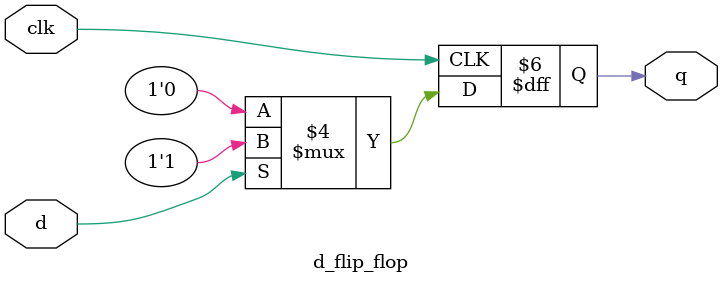
<source format=v>

`timescale 1ns/1ps


/* This is how multi line 
Comment looks like*/

module d_flip_flop(clk, d, q);

input clk, d;
output reg q; // ignore 

always@(posedge clk) begin 
   if(d == 1'b1)
       q <= 1'b1;
   else 
       q <= 1'b0;
end 
endmodule   


</source>
